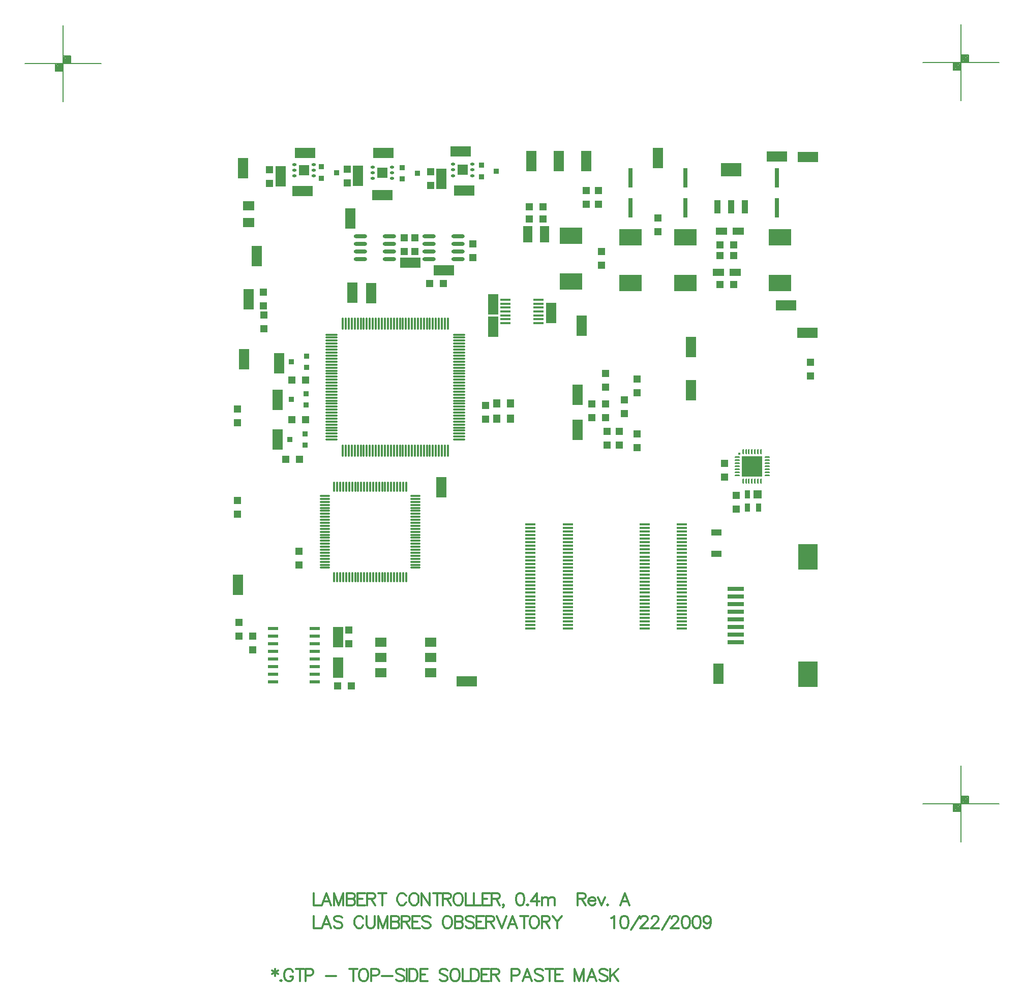
<source format=gtp>
%FSLAX23Y23*%
%MOIN*%
G70*
G01*
G75*
G04 Layer_Color=8421504*
%ADD10R,0.050X0.050*%
%ADD11R,0.035X0.053*%
%ADD12R,0.053X0.053*%
%ADD13R,0.050X0.050*%
%ADD14R,0.070X0.135*%
%ADD15O,0.087X0.024*%
%ADD16R,0.135X0.070*%
%ADD17R,0.030X0.125*%
%ADD18R,0.078X0.048*%
%ADD19R,0.067X0.040*%
%ADD20R,0.037X0.035*%
%ADD21R,0.037X0.035*%
%ADD22R,0.065X0.012*%
%ADD23R,0.065X0.024*%
%ADD24R,0.075X0.063*%
%ADD25R,0.063X0.106*%
%ADD26R,0.150X0.110*%
%ADD27O,0.028X0.018*%
%ADD28R,0.067X0.067*%
%ADD29R,0.125X0.170*%
%ADD30R,0.110X0.030*%
%ADD31R,0.067X0.014*%
%ADD32O,0.083X0.012*%
%ADD33O,0.012X0.083*%
%ADD34R,0.138X0.085*%
%ADD35R,0.043X0.085*%
%ADD36R,0.043X0.085*%
%ADD37R,0.047X0.055*%
%ADD38O,0.012X0.071*%
%ADD39O,0.071X0.012*%
%ADD40R,0.075X0.059*%
%ADD41R,0.017X0.017*%
%ADD42R,0.134X0.134*%
%ADD43O,0.010X0.035*%
%ADD44O,0.035X0.010*%
%ADD45C,0.005*%
%ADD46C,0.010*%
%ADD47C,0.040*%
%ADD48C,0.020*%
%ADD49C,0.012*%
%ADD50C,0.008*%
%ADD51C,0.012*%
%ADD52C,0.012*%
%ADD53C,0.120*%
%ADD54C,0.060*%
%ADD55C,0.079*%
%ADD56C,0.087*%
%ADD57C,0.020*%
%ADD58C,0.059*%
%ADD59R,0.059X0.059*%
%ADD60C,0.080*%
%ADD61R,0.080X0.080*%
%ADD62C,0.157*%
%ADD63C,0.047*%
%ADD64R,0.087X0.087*%
%ADD65C,0.250*%
%ADD66R,0.062X0.062*%
%ADD67C,0.062*%
%ADD68C,0.030*%
%ADD69C,0.024*%
%ADD70C,0.028*%
%ADD71C,0.090*%
%ADD72C,0.050*%
%ADD73C,0.130*%
%ADD74C,0.103*%
%ADD75C,0.071*%
%ADD76C,0.030*%
%ADD77C,0.055*%
G04:AMPARAMS|DCode=78|XSize=100mil|YSize=100mil|CornerRadius=0mil|HoleSize=0mil|Usage=FLASHONLY|Rotation=0.000|XOffset=0mil|YOffset=0mil|HoleType=Round|Shape=Relief|Width=10mil|Gap=10mil|Entries=4|*
%AMTHD78*
7,0,0,0.100,0.080,0.010,45*
%
%ADD78THD78*%
%ADD79C,0.111*%
%ADD80C,0.056*%
%ADD81C,0.147*%
%ADD82C,0.044*%
%ADD83C,0.059*%
%ADD84C,0.048*%
%ADD85C,0.067*%
%ADD86C,0.140*%
%ADD87C,0.055*%
%ADD88C,0.036*%
G04:AMPARAMS|DCode=89|XSize=70mil|YSize=70mil|CornerRadius=0mil|HoleSize=0mil|Usage=FLASHONLY|Rotation=0.000|XOffset=0mil|YOffset=0mil|HoleType=Round|Shape=Relief|Width=10mil|Gap=10mil|Entries=4|*
%AMTHD89*
7,0,0,0.070,0.050,0.010,45*
%
%ADD89THD89*%
%ADD90C,0.033*%
G04:AMPARAMS|DCode=91|XSize=90mil|YSize=90mil|CornerRadius=0mil|HoleSize=0mil|Usage=FLASHONLY|Rotation=0.000|XOffset=0mil|YOffset=0mil|HoleType=Round|Shape=Relief|Width=10mil|Gap=10mil|Entries=4|*
%AMTHD91*
7,0,0,0.090,0.070,0.010,45*
%
%ADD91THD91*%
G04:AMPARAMS|DCode=92|XSize=111.181mil|YSize=111.181mil|CornerRadius=0mil|HoleSize=0mil|Usage=FLASHONLY|Rotation=0.000|XOffset=0mil|YOffset=0mil|HoleType=Round|Shape=Relief|Width=10mil|Gap=10mil|Entries=4|*
%AMTHD92*
7,0,0,0.111,0.091,0.010,45*
%
%ADD92THD92*%
G04:AMPARAMS|DCode=93|XSize=95.433mil|YSize=95.433mil|CornerRadius=0mil|HoleSize=0mil|Usage=FLASHONLY|Rotation=0.000|XOffset=0mil|YOffset=0mil|HoleType=Round|Shape=Relief|Width=10mil|Gap=10mil|Entries=4|*
%AMTHD93*
7,0,0,0.095,0.075,0.010,45*
%
%ADD93THD93*%
G04:AMPARAMS|DCode=94|XSize=150.551mil|YSize=150.551mil|CornerRadius=0mil|HoleSize=0mil|Usage=FLASHONLY|Rotation=0.000|XOffset=0mil|YOffset=0mil|HoleType=Round|Shape=Relief|Width=10mil|Gap=10mil|Entries=4|*
%AMTHD94*
7,0,0,0.151,0.131,0.010,45*
%
%ADD94THD94*%
G04:AMPARAMS|DCode=95|XSize=96.221mil|YSize=96.221mil|CornerRadius=0mil|HoleSize=0mil|Usage=FLASHONLY|Rotation=0.000|XOffset=0mil|YOffset=0mil|HoleType=Round|Shape=Relief|Width=10mil|Gap=10mil|Entries=4|*
%AMTHD95*
7,0,0,0.096,0.076,0.010,45*
%
%ADD95THD95*%
G04:AMPARAMS|DCode=96|XSize=107.244mil|YSize=107.244mil|CornerRadius=0mil|HoleSize=0mil|Usage=FLASHONLY|Rotation=0.000|XOffset=0mil|YOffset=0mil|HoleType=Round|Shape=Relief|Width=10mil|Gap=10mil|Entries=4|*
%AMTHD96*
7,0,0,0.107,0.087,0.010,45*
%
%ADD96THD96*%
G04:AMPARAMS|DCode=97|XSize=180mil|YSize=180mil|CornerRadius=0mil|HoleSize=0mil|Usage=FLASHONLY|Rotation=0.000|XOffset=0mil|YOffset=0mil|HoleType=Round|Shape=Relief|Width=10mil|Gap=10mil|Entries=4|*
%AMTHD97*
7,0,0,0.180,0.160,0.010,45*
%
%ADD97THD97*%
G04:AMPARAMS|DCode=98|XSize=95mil|YSize=95mil|CornerRadius=0mil|HoleSize=0mil|Usage=FLASHONLY|Rotation=0.000|XOffset=0mil|YOffset=0mil|HoleType=Round|Shape=Relief|Width=10mil|Gap=10mil|Entries=4|*
%AMTHD98*
7,0,0,0.095,0.075,0.010,45*
%
%ADD98THD98*%
G04:AMPARAMS|DCode=99|XSize=75.748mil|YSize=75.748mil|CornerRadius=0mil|HoleSize=0mil|Usage=FLASHONLY|Rotation=0.000|XOffset=0mil|YOffset=0mil|HoleType=Round|Shape=Relief|Width=10mil|Gap=10mil|Entries=4|*
%AMTHD99*
7,0,0,0.076,0.056,0.010,45*
%
%ADD99THD99*%
G04:AMPARAMS|DCode=100|XSize=73mil|YSize=73mil|CornerRadius=0mil|HoleSize=0mil|Usage=FLASHONLY|Rotation=0.000|XOffset=0mil|YOffset=0mil|HoleType=Round|Shape=Relief|Width=10mil|Gap=10mil|Entries=4|*
%AMTHD100*
7,0,0,0.073,0.053,0.010,45*
%
%ADD100THD100*%
%ADD101R,0.048X0.078*%
%ADD102R,0.200X0.040*%
%ADD103R,0.200X0.150*%
%ADD104R,0.106X0.150*%
%ADD105R,0.086X0.060*%
%ADD106R,0.130X0.094*%
%ADD107R,0.098X0.268*%
%ADD108R,0.035X0.037*%
%ADD109R,0.035X0.037*%
%ADD110C,0.010*%
%ADD111C,0.010*%
%ADD112C,0.007*%
%ADD113C,0.008*%
%ADD114C,0.024*%
%ADD115C,0.012*%
%ADD116C,0.012*%
%ADD117R,0.280X0.130*%
D10*
X19773Y13240D02*
D03*
Y13150D02*
D03*
X20596Y12750D02*
D03*
Y12660D02*
D03*
X20216Y12700D02*
D03*
Y12790D02*
D03*
X20146D02*
D03*
Y12700D02*
D03*
X21441Y12699D02*
D03*
Y12609D02*
D03*
X22810Y11973D02*
D03*
Y11883D02*
D03*
X19055Y11576D02*
D03*
Y11666D02*
D03*
X21341Y13009D02*
D03*
Y13099D02*
D03*
X19785Y10216D02*
D03*
Y10126D02*
D03*
X21478Y11521D02*
D03*
Y11431D02*
D03*
X22247Y11310D02*
D03*
Y11220D02*
D03*
X21811Y12829D02*
D03*
Y12919D02*
D03*
X21421Y13099D02*
D03*
Y13009D02*
D03*
X19226Y12193D02*
D03*
Y12283D02*
D03*
X21468Y11701D02*
D03*
Y11611D02*
D03*
X21558Y11431D02*
D03*
Y11521D02*
D03*
X21675Y11774D02*
D03*
Y11864D02*
D03*
X21591Y11636D02*
D03*
Y11726D02*
D03*
X21378Y11611D02*
D03*
Y11701D02*
D03*
X21675Y11504D02*
D03*
Y11414D02*
D03*
X19263Y13238D02*
D03*
Y13148D02*
D03*
X20320Y13224D02*
D03*
Y13134D02*
D03*
X19224Y12433D02*
D03*
Y12343D02*
D03*
X20679Y11601D02*
D03*
Y11691D02*
D03*
X21468Y11811D02*
D03*
Y11901D02*
D03*
X19055Y10976D02*
D03*
Y11066D02*
D03*
X19155Y10176D02*
D03*
Y10086D02*
D03*
X19065Y10176D02*
D03*
Y10266D02*
D03*
X22325Y11009D02*
D03*
Y11099D02*
D03*
X19456Y10642D02*
D03*
Y10732D02*
D03*
D11*
X22397Y11106D02*
D03*
Y11020D02*
D03*
X22471D02*
D03*
D12*
X22464Y11106D02*
D03*
D13*
X19372Y11337D02*
D03*
X19462D02*
D03*
X19412Y11597D02*
D03*
X19502D02*
D03*
X19412Y11857D02*
D03*
X19502D02*
D03*
X22306Y12484D02*
D03*
X22216D02*
D03*
Y12744D02*
D03*
X22306D02*
D03*
X22216Y12674D02*
D03*
X22306D02*
D03*
X21056Y12914D02*
D03*
X20966D02*
D03*
X21056Y12994D02*
D03*
X20966D02*
D03*
X19710Y9851D02*
D03*
X19800D02*
D03*
X20405Y12491D02*
D03*
X20315D02*
D03*
D14*
X19317Y11467D02*
D03*
X19327Y11967D02*
D03*
X19317Y11727D02*
D03*
X21110Y12298D02*
D03*
X19807Y12429D02*
D03*
X19932Y12427D02*
D03*
X19056Y10512D02*
D03*
X19091Y13245D02*
D03*
X21309Y12213D02*
D03*
X22208Y9930D02*
D03*
X22028Y12074D02*
D03*
Y11789D02*
D03*
X19715Y10171D02*
D03*
X21161Y13294D02*
D03*
X21341D02*
D03*
X20981D02*
D03*
X19715Y9971D02*
D03*
X21285Y11529D02*
D03*
Y11759D02*
D03*
X19337Y13194D02*
D03*
X19843Y13196D02*
D03*
X20391Y13178D02*
D03*
X19128Y12388D02*
D03*
X20729Y12207D02*
D03*
X20731Y12353D02*
D03*
X20392Y11152D02*
D03*
X19793Y12915D02*
D03*
X21811Y13314D02*
D03*
X19182Y12669D02*
D03*
X19096Y11994D02*
D03*
D15*
X20051Y12650D02*
D03*
Y12700D02*
D03*
Y12750D02*
D03*
Y12800D02*
D03*
X19862Y12650D02*
D03*
Y12700D02*
D03*
Y12750D02*
D03*
Y12800D02*
D03*
X20501Y12650D02*
D03*
Y12700D02*
D03*
Y12750D02*
D03*
Y12800D02*
D03*
X20312Y12650D02*
D03*
Y12700D02*
D03*
Y12750D02*
D03*
Y12800D02*
D03*
D16*
X20406Y12575D02*
D03*
X20186Y12625D02*
D03*
X19496Y13346D02*
D03*
X22794Y13319D02*
D03*
X22790Y12167D02*
D03*
X19482Y13097D02*
D03*
X20004Y13070D02*
D03*
X20542Y13100D02*
D03*
X20518Y13356D02*
D03*
X20009Y13348D02*
D03*
X22591Y13324D02*
D03*
X22650Y12346D02*
D03*
X20557Y9880D02*
D03*
D17*
X21991Y12986D02*
D03*
Y13182D02*
D03*
X21631Y12986D02*
D03*
Y13182D02*
D03*
X22591Y12986D02*
D03*
Y13182D02*
D03*
D18*
X22316Y12564D02*
D03*
X22206D02*
D03*
X22226Y12834D02*
D03*
X22336D02*
D03*
D19*
X22194Y10857D02*
D03*
Y10715D02*
D03*
D20*
X19703Y13218D02*
D03*
X19605Y13255D02*
D03*
X20751Y13228D02*
D03*
X20653Y13265D02*
D03*
X19408Y11977D02*
D03*
X19506Y11940D02*
D03*
X20233Y13213D02*
D03*
X20135Y13250D02*
D03*
X19406Y11730D02*
D03*
X19504Y11693D02*
D03*
X19398Y11467D02*
D03*
X19496Y11430D02*
D03*
D21*
X19605Y13180D02*
D03*
X20653Y13191D02*
D03*
X19506Y12014D02*
D03*
X20135Y13176D02*
D03*
X19504Y11767D02*
D03*
X19496Y11504D02*
D03*
D22*
X20810Y12383D02*
D03*
Y12357D02*
D03*
Y12332D02*
D03*
Y12306D02*
D03*
Y12280D02*
D03*
Y12255D02*
D03*
Y12229D02*
D03*
X21028Y12383D02*
D03*
Y12357D02*
D03*
Y12332D02*
D03*
Y12306D02*
D03*
Y12280D02*
D03*
Y12255D02*
D03*
Y12229D02*
D03*
D23*
X19562Y9876D02*
D03*
Y9926D02*
D03*
Y9976D02*
D03*
Y10026D02*
D03*
Y10076D02*
D03*
Y10126D02*
D03*
Y10176D02*
D03*
Y10226D02*
D03*
X19288Y9876D02*
D03*
Y9926D02*
D03*
Y9976D02*
D03*
Y10026D02*
D03*
Y10076D02*
D03*
Y10126D02*
D03*
Y10176D02*
D03*
Y10226D02*
D03*
D24*
X19128Y13001D02*
D03*
Y12891D02*
D03*
D25*
X20956Y12814D02*
D03*
X21066D02*
D03*
D26*
X21241Y12804D02*
D03*
Y12504D02*
D03*
X22611Y12794D02*
D03*
Y12494D02*
D03*
X21991Y12794D02*
D03*
Y12494D02*
D03*
X21631Y12794D02*
D03*
Y12494D02*
D03*
D27*
X19427Y13271D02*
D03*
Y13234D02*
D03*
Y13196D02*
D03*
X19553D02*
D03*
Y13234D02*
D03*
Y13271D02*
D03*
X19940Y13254D02*
D03*
Y13217D02*
D03*
Y13180D02*
D03*
X20066D02*
D03*
Y13217D02*
D03*
Y13254D02*
D03*
X20468Y13272D02*
D03*
Y13235D02*
D03*
Y13198D02*
D03*
X20594D02*
D03*
Y13235D02*
D03*
Y13272D02*
D03*
D28*
X19490Y13234D02*
D03*
X20003Y13217D02*
D03*
X20531Y13235D02*
D03*
D29*
X22795Y9926D02*
D03*
Y10696D02*
D03*
D30*
X22320Y10136D02*
D03*
Y10186D02*
D03*
Y10236D02*
D03*
Y10286D02*
D03*
Y10336D02*
D03*
Y10386D02*
D03*
Y10436D02*
D03*
Y10486D02*
D03*
D31*
X20975Y10911D02*
D03*
Y10887D02*
D03*
Y10863D02*
D03*
Y10840D02*
D03*
Y10816D02*
D03*
Y10792D02*
D03*
Y10769D02*
D03*
Y10745D02*
D03*
Y10722D02*
D03*
Y10698D02*
D03*
Y10674D02*
D03*
Y10651D02*
D03*
Y10627D02*
D03*
Y10603D02*
D03*
Y10580D02*
D03*
Y10556D02*
D03*
Y10533D02*
D03*
Y10509D02*
D03*
Y10485D02*
D03*
Y10462D02*
D03*
Y10438D02*
D03*
Y10414D02*
D03*
Y10391D02*
D03*
Y10367D02*
D03*
Y10344D02*
D03*
Y10320D02*
D03*
Y10296D02*
D03*
Y10273D02*
D03*
Y10249D02*
D03*
Y10225D02*
D03*
X21219D02*
D03*
Y10249D02*
D03*
Y10273D02*
D03*
Y10296D02*
D03*
Y10320D02*
D03*
Y10344D02*
D03*
Y10367D02*
D03*
Y10391D02*
D03*
Y10414D02*
D03*
Y10438D02*
D03*
Y10462D02*
D03*
Y10485D02*
D03*
Y10509D02*
D03*
Y10533D02*
D03*
Y10556D02*
D03*
Y10580D02*
D03*
Y10603D02*
D03*
Y10627D02*
D03*
Y10651D02*
D03*
Y10674D02*
D03*
Y10698D02*
D03*
Y10722D02*
D03*
Y10745D02*
D03*
Y10769D02*
D03*
Y10792D02*
D03*
Y10816D02*
D03*
Y10840D02*
D03*
Y10863D02*
D03*
Y10887D02*
D03*
Y10911D02*
D03*
X21723Y10225D02*
D03*
X21967Y10911D02*
D03*
Y10887D02*
D03*
Y10863D02*
D03*
Y10840D02*
D03*
Y10816D02*
D03*
Y10792D02*
D03*
Y10769D02*
D03*
Y10745D02*
D03*
Y10722D02*
D03*
Y10698D02*
D03*
Y10674D02*
D03*
Y10651D02*
D03*
Y10627D02*
D03*
Y10603D02*
D03*
Y10580D02*
D03*
Y10556D02*
D03*
Y10533D02*
D03*
Y10509D02*
D03*
Y10485D02*
D03*
Y10462D02*
D03*
Y10438D02*
D03*
Y10414D02*
D03*
Y10391D02*
D03*
Y10367D02*
D03*
Y10344D02*
D03*
Y10320D02*
D03*
Y10296D02*
D03*
Y10273D02*
D03*
Y10249D02*
D03*
Y10225D02*
D03*
X21723Y10249D02*
D03*
Y10273D02*
D03*
Y10296D02*
D03*
Y10320D02*
D03*
Y10344D02*
D03*
Y10367D02*
D03*
Y10391D02*
D03*
Y10414D02*
D03*
Y10438D02*
D03*
Y10462D02*
D03*
Y10485D02*
D03*
Y10509D02*
D03*
Y10533D02*
D03*
Y10556D02*
D03*
Y10580D02*
D03*
Y10603D02*
D03*
Y10627D02*
D03*
Y10651D02*
D03*
Y10674D02*
D03*
Y10698D02*
D03*
Y10722D02*
D03*
Y10745D02*
D03*
Y10769D02*
D03*
Y10792D02*
D03*
Y10816D02*
D03*
Y10840D02*
D03*
Y10863D02*
D03*
Y10887D02*
D03*
Y10911D02*
D03*
D32*
X20506Y12154D02*
D03*
Y12135D02*
D03*
Y12115D02*
D03*
Y12095D02*
D03*
Y12076D02*
D03*
Y12056D02*
D03*
Y12036D02*
D03*
Y12017D02*
D03*
Y11997D02*
D03*
Y11977D02*
D03*
Y11958D02*
D03*
Y11938D02*
D03*
Y11918D02*
D03*
Y11899D02*
D03*
Y11879D02*
D03*
Y11859D02*
D03*
Y11840D02*
D03*
Y11820D02*
D03*
Y11800D02*
D03*
Y11780D02*
D03*
Y11761D02*
D03*
Y11741D02*
D03*
Y11721D02*
D03*
Y11702D02*
D03*
Y11682D02*
D03*
Y11662D02*
D03*
Y11643D02*
D03*
Y11623D02*
D03*
Y11603D02*
D03*
Y11584D02*
D03*
Y11564D02*
D03*
Y11544D02*
D03*
Y11525D02*
D03*
Y11505D02*
D03*
Y11485D02*
D03*
Y11466D02*
D03*
X19672D02*
D03*
Y11485D02*
D03*
Y11505D02*
D03*
Y11525D02*
D03*
Y11544D02*
D03*
Y11564D02*
D03*
Y11584D02*
D03*
Y11603D02*
D03*
Y11623D02*
D03*
Y11643D02*
D03*
Y11662D02*
D03*
Y11682D02*
D03*
Y11702D02*
D03*
Y11721D02*
D03*
Y11741D02*
D03*
Y11761D02*
D03*
Y11780D02*
D03*
Y11800D02*
D03*
Y11820D02*
D03*
Y11840D02*
D03*
Y11859D02*
D03*
Y11879D02*
D03*
Y11899D02*
D03*
Y11918D02*
D03*
Y11938D02*
D03*
Y11958D02*
D03*
Y11977D02*
D03*
Y11997D02*
D03*
Y12017D02*
D03*
Y12036D02*
D03*
Y12056D02*
D03*
Y12076D02*
D03*
Y12095D02*
D03*
Y12115D02*
D03*
Y12135D02*
D03*
Y12154D02*
D03*
D33*
X20433Y11393D02*
D03*
X20414D02*
D03*
X20394D02*
D03*
X20374D02*
D03*
X20355D02*
D03*
X20335D02*
D03*
X20315D02*
D03*
X20296D02*
D03*
X20276D02*
D03*
X20256D02*
D03*
X20237D02*
D03*
X20217D02*
D03*
X20197D02*
D03*
X20178D02*
D03*
X20158D02*
D03*
X20138D02*
D03*
X20119D02*
D03*
X20099D02*
D03*
X20079D02*
D03*
X20059D02*
D03*
X20040D02*
D03*
X20020D02*
D03*
X20000D02*
D03*
X19981D02*
D03*
X19961D02*
D03*
X19941D02*
D03*
X19922D02*
D03*
X19902D02*
D03*
X19882D02*
D03*
X19863D02*
D03*
X19843D02*
D03*
X19823D02*
D03*
X19804D02*
D03*
X19784D02*
D03*
X19764D02*
D03*
X19745D02*
D03*
Y12227D02*
D03*
X19764D02*
D03*
X19784D02*
D03*
X19804D02*
D03*
X19823D02*
D03*
X19843D02*
D03*
X19863D02*
D03*
X19882D02*
D03*
X19902D02*
D03*
X19922D02*
D03*
X19941D02*
D03*
X19961D02*
D03*
X19981D02*
D03*
X20000D02*
D03*
X20020D02*
D03*
X20040D02*
D03*
X20059D02*
D03*
X20079D02*
D03*
X20099D02*
D03*
X20119D02*
D03*
X20138D02*
D03*
X20158D02*
D03*
X20178D02*
D03*
X20197D02*
D03*
X20217D02*
D03*
X20237D02*
D03*
X20256D02*
D03*
X20276D02*
D03*
X20296D02*
D03*
X20315D02*
D03*
X20335D02*
D03*
X20355D02*
D03*
X20374D02*
D03*
X20394D02*
D03*
X20414D02*
D03*
X20433D02*
D03*
D34*
X22291Y13236D02*
D03*
D35*
X22382Y12992D02*
D03*
X22200D02*
D03*
D36*
X22291D02*
D03*
D37*
X20843Y11704D02*
D03*
X20753D02*
D03*
Y11604D02*
D03*
X20843D02*
D03*
D38*
X19688Y11158D02*
D03*
X19707D02*
D03*
X19727D02*
D03*
X19747D02*
D03*
X19767D02*
D03*
X19786D02*
D03*
X19806D02*
D03*
X19826D02*
D03*
X19845D02*
D03*
X19865D02*
D03*
X19885D02*
D03*
X19904D02*
D03*
X19924D02*
D03*
X19944D02*
D03*
X19963D02*
D03*
X19983D02*
D03*
X20003D02*
D03*
X20022D02*
D03*
X20042D02*
D03*
X20062D02*
D03*
X20081D02*
D03*
X20101D02*
D03*
X20121D02*
D03*
X20141D02*
D03*
X20160D02*
D03*
Y10564D02*
D03*
X20141D02*
D03*
X20121D02*
D03*
X20101D02*
D03*
X20081D02*
D03*
X20062D02*
D03*
X20042D02*
D03*
X20022D02*
D03*
X20003D02*
D03*
X19983D02*
D03*
X19963D02*
D03*
X19944D02*
D03*
X19924D02*
D03*
X19904D02*
D03*
X19885D02*
D03*
X19865D02*
D03*
X19845D02*
D03*
X19826D02*
D03*
X19806D02*
D03*
X19786D02*
D03*
X19767D02*
D03*
X19747D02*
D03*
X19727D02*
D03*
X19707D02*
D03*
X19688D02*
D03*
D39*
X20221Y11097D02*
D03*
Y11078D02*
D03*
Y11058D02*
D03*
Y11038D02*
D03*
Y11018D02*
D03*
Y10999D02*
D03*
Y10979D02*
D03*
Y10959D02*
D03*
Y10940D02*
D03*
Y10920D02*
D03*
Y10900D02*
D03*
Y10881D02*
D03*
Y10861D02*
D03*
Y10841D02*
D03*
Y10822D02*
D03*
Y10802D02*
D03*
Y10782D02*
D03*
Y10763D02*
D03*
Y10743D02*
D03*
Y10723D02*
D03*
Y10704D02*
D03*
Y10684D02*
D03*
Y10664D02*
D03*
Y10644D02*
D03*
Y10625D02*
D03*
X19627D02*
D03*
Y10644D02*
D03*
Y10664D02*
D03*
Y10684D02*
D03*
Y10704D02*
D03*
Y10723D02*
D03*
Y10743D02*
D03*
Y10763D02*
D03*
Y10782D02*
D03*
Y10802D02*
D03*
Y10822D02*
D03*
Y10841D02*
D03*
Y10861D02*
D03*
Y10881D02*
D03*
Y10900D02*
D03*
Y10920D02*
D03*
Y10940D02*
D03*
Y10959D02*
D03*
Y10979D02*
D03*
Y10999D02*
D03*
Y11018D02*
D03*
Y11038D02*
D03*
Y11058D02*
D03*
Y11078D02*
D03*
Y11097D02*
D03*
D40*
X20322Y9936D02*
D03*
Y10036D02*
D03*
Y10136D02*
D03*
X19994Y9936D02*
D03*
Y10036D02*
D03*
Y10136D02*
D03*
D41*
X22345Y11373D02*
D03*
D42*
X22428Y11290D02*
D03*
D43*
X22369Y11388D02*
D03*
X22389D02*
D03*
X22408D02*
D03*
X22428D02*
D03*
X22448D02*
D03*
X22467D02*
D03*
X22487D02*
D03*
Y11192D02*
D03*
X22467D02*
D03*
X22448D02*
D03*
X22428D02*
D03*
X22408D02*
D03*
X22389D02*
D03*
X22369D02*
D03*
D44*
X22526Y11349D02*
D03*
Y11329D02*
D03*
Y11310D02*
D03*
Y11290D02*
D03*
Y11270D02*
D03*
Y11251D02*
D03*
Y11231D02*
D03*
X22330D02*
D03*
Y11251D02*
D03*
Y11270D02*
D03*
Y11290D02*
D03*
Y11310D02*
D03*
Y11329D02*
D03*
Y11349D02*
D03*
D50*
X17886Y13902D02*
Y13912D01*
X17881Y13902D02*
X17891D01*
Y13912D01*
X17881D02*
X17891D01*
X17881Y13902D02*
Y13912D01*
Y13897D02*
X17896D01*
Y13917D01*
X17876D02*
X17896D01*
X17876Y13897D02*
Y13917D01*
Y13892D02*
X17901D01*
Y13922D01*
X17871D02*
X17901D01*
X17871Y13892D02*
Y13922D01*
X17866Y13887D02*
X17906D01*
Y13927D01*
X17866D02*
X17906D01*
X17866Y13887D02*
Y13927D01*
X17936Y13952D02*
Y13962D01*
X17931Y13952D02*
X17941D01*
Y13962D01*
X17931D02*
X17941D01*
X17931Y13952D02*
Y13962D01*
Y13947D02*
X17946D01*
Y13967D01*
X17926D02*
X17946D01*
X17926Y13947D02*
Y13967D01*
Y13942D02*
X17951D01*
Y13972D01*
X17921D02*
X17951D01*
X17921Y13942D02*
Y13972D01*
X17916Y13937D02*
X17956D01*
Y13977D01*
X17916D02*
X17956D01*
X17916Y13937D02*
Y13977D01*
X17961Y13932D02*
Y13982D01*
X17911D02*
X17961D01*
X17861Y13882D02*
Y13932D01*
Y13882D02*
X17911D01*
X17661Y13932D02*
X18161D01*
X17911Y13682D02*
Y14182D01*
X23773Y13910D02*
Y13920D01*
X23768Y13910D02*
X23778D01*
Y13920D01*
X23768D02*
X23778D01*
X23768Y13910D02*
Y13920D01*
Y13905D02*
X23783D01*
Y13925D01*
X23763D02*
X23783D01*
X23763Y13905D02*
Y13925D01*
Y13900D02*
X23788D01*
Y13930D01*
X23758D02*
X23788D01*
X23758Y13900D02*
Y13930D01*
X23753Y13895D02*
X23793D01*
Y13935D01*
X23753D02*
X23793D01*
X23753Y13895D02*
Y13935D01*
X23823Y13960D02*
Y13970D01*
X23818Y13960D02*
X23828D01*
Y13970D01*
X23818D02*
X23828D01*
X23818Y13960D02*
Y13970D01*
Y13955D02*
X23833D01*
Y13975D01*
X23813D02*
X23833D01*
X23813Y13955D02*
Y13975D01*
Y13950D02*
X23838D01*
Y13980D01*
X23808D02*
X23838D01*
X23808Y13950D02*
Y13980D01*
X23803Y13945D02*
X23843D01*
Y13985D01*
X23803D02*
X23843D01*
X23803Y13945D02*
Y13985D01*
X23848Y13940D02*
Y13990D01*
X23798D02*
X23848D01*
X23748Y13890D02*
Y13940D01*
Y13890D02*
X23798D01*
X23548Y13940D02*
X24048D01*
X23798Y13690D02*
Y14190D01*
X23773Y9047D02*
Y9057D01*
X23768Y9047D02*
X23778D01*
Y9057D01*
X23768D02*
X23778D01*
X23768Y9047D02*
Y9057D01*
Y9042D02*
X23783D01*
Y9062D01*
X23763D02*
X23783D01*
X23763Y9042D02*
Y9062D01*
Y9037D02*
X23788D01*
Y9067D01*
X23758D02*
X23788D01*
X23758Y9037D02*
Y9067D01*
X23753Y9032D02*
X23793D01*
Y9072D01*
X23753D02*
X23793D01*
X23753Y9032D02*
Y9072D01*
X23823Y9097D02*
Y9107D01*
X23818Y9097D02*
X23828D01*
Y9107D01*
X23818D02*
X23828D01*
X23818Y9097D02*
Y9107D01*
Y9092D02*
X23833D01*
Y9112D01*
X23813D02*
X23833D01*
X23813Y9092D02*
Y9112D01*
Y9087D02*
X23838D01*
Y9117D01*
X23808D02*
X23838D01*
X23808Y9087D02*
Y9117D01*
X23803Y9082D02*
X23843D01*
Y9122D01*
X23803D02*
X23843D01*
X23803Y9082D02*
Y9122D01*
X23848Y9077D02*
Y9127D01*
X23798D02*
X23848D01*
X23748Y9027D02*
Y9077D01*
Y9027D02*
X23798D01*
X23548Y9077D02*
X24048D01*
X23798Y8827D02*
Y9327D01*
D51*
X19553Y8341D02*
Y8261D01*
X19599D01*
X19668D02*
X19638Y8341D01*
X19607Y8261D01*
X19619Y8287D02*
X19657D01*
X19740Y8329D02*
X19733Y8337D01*
X19721Y8341D01*
X19706D01*
X19695Y8337D01*
X19687Y8329D01*
Y8322D01*
X19691Y8314D01*
X19695Y8310D01*
X19702Y8306D01*
X19725Y8299D01*
X19733Y8295D01*
X19737Y8291D01*
X19740Y8283D01*
Y8272D01*
X19733Y8264D01*
X19721Y8261D01*
X19706D01*
X19695Y8264D01*
X19687Y8272D01*
X19878Y8322D02*
X19874Y8329D01*
X19867Y8337D01*
X19859Y8341D01*
X19844D01*
X19836Y8337D01*
X19829Y8329D01*
X19825Y8322D01*
X19821Y8310D01*
Y8291D01*
X19825Y8280D01*
X19829Y8272D01*
X19836Y8264D01*
X19844Y8261D01*
X19859D01*
X19867Y8264D01*
X19874Y8272D01*
X19878Y8280D01*
X19901Y8341D02*
Y8283D01*
X19905Y8272D01*
X19912Y8264D01*
X19924Y8261D01*
X19931D01*
X19943Y8264D01*
X19950Y8272D01*
X19954Y8283D01*
Y8341D01*
X19976D02*
Y8261D01*
Y8341D02*
X20007Y8261D01*
X20037Y8341D02*
X20007Y8261D01*
X20037Y8341D02*
Y8261D01*
X20060Y8341D02*
Y8261D01*
Y8341D02*
X20094D01*
X20106Y8337D01*
X20109Y8333D01*
X20113Y8325D01*
Y8318D01*
X20109Y8310D01*
X20106Y8306D01*
X20094Y8302D01*
X20060D02*
X20094D01*
X20106Y8299D01*
X20109Y8295D01*
X20113Y8287D01*
Y8276D01*
X20109Y8268D01*
X20106Y8264D01*
X20094Y8261D01*
X20060D01*
X20131Y8341D02*
Y8261D01*
Y8341D02*
X20165D01*
X20177Y8337D01*
X20181Y8333D01*
X20185Y8325D01*
Y8318D01*
X20181Y8310D01*
X20177Y8306D01*
X20165Y8302D01*
X20131D01*
X20158D02*
X20185Y8261D01*
X20252Y8341D02*
X20202D01*
Y8261D01*
X20252D01*
X20202Y8302D02*
X20233D01*
X20319Y8329D02*
X20311Y8337D01*
X20300Y8341D01*
X20284D01*
X20273Y8337D01*
X20265Y8329D01*
Y8322D01*
X20269Y8314D01*
X20273Y8310D01*
X20280Y8306D01*
X20303Y8299D01*
X20311Y8295D01*
X20315Y8291D01*
X20319Y8283D01*
Y8272D01*
X20311Y8264D01*
X20300Y8261D01*
X20284D01*
X20273Y8264D01*
X20265Y8272D01*
X20422Y8341D02*
X20415Y8337D01*
X20407Y8329D01*
X20403Y8322D01*
X20399Y8310D01*
Y8291D01*
X20403Y8280D01*
X20407Y8272D01*
X20415Y8264D01*
X20422Y8261D01*
X20437D01*
X20445Y8264D01*
X20453Y8272D01*
X20456Y8280D01*
X20460Y8291D01*
Y8310D01*
X20456Y8322D01*
X20453Y8329D01*
X20445Y8337D01*
X20437Y8341D01*
X20422D01*
X20479D02*
Y8261D01*
Y8341D02*
X20513D01*
X20525Y8337D01*
X20528Y8333D01*
X20532Y8325D01*
Y8318D01*
X20528Y8310D01*
X20525Y8306D01*
X20513Y8302D01*
X20479D02*
X20513D01*
X20525Y8299D01*
X20528Y8295D01*
X20532Y8287D01*
Y8276D01*
X20528Y8268D01*
X20525Y8264D01*
X20513Y8261D01*
X20479D01*
X20603Y8329D02*
X20596Y8337D01*
X20584Y8341D01*
X20569D01*
X20558Y8337D01*
X20550Y8329D01*
Y8322D01*
X20554Y8314D01*
X20558Y8310D01*
X20565Y8306D01*
X20588Y8299D01*
X20596Y8295D01*
X20600Y8291D01*
X20603Y8283D01*
Y8272D01*
X20596Y8264D01*
X20584Y8261D01*
X20569D01*
X20558Y8264D01*
X20550Y8272D01*
X20671Y8341D02*
X20621D01*
Y8261D01*
X20671D01*
X20621Y8302D02*
X20652D01*
X20684Y8341D02*
Y8261D01*
Y8341D02*
X20718D01*
X20730Y8337D01*
X20734Y8333D01*
X20738Y8325D01*
Y8318D01*
X20734Y8310D01*
X20730Y8306D01*
X20718Y8302D01*
X20684D01*
X20711D02*
X20738Y8261D01*
X20755Y8341D02*
X20786Y8261D01*
X20816Y8341D02*
X20786Y8261D01*
X20888D02*
X20857Y8341D01*
X20827Y8261D01*
X20838Y8287D02*
X20876D01*
X20933Y8341D02*
Y8261D01*
X20906Y8341D02*
X20960D01*
X20992D02*
X20984Y8337D01*
X20977Y8329D01*
X20973Y8322D01*
X20969Y8310D01*
Y8291D01*
X20973Y8280D01*
X20977Y8272D01*
X20984Y8264D01*
X20992Y8261D01*
X21007D01*
X21015Y8264D01*
X21022Y8272D01*
X21026Y8280D01*
X21030Y8291D01*
Y8310D01*
X21026Y8322D01*
X21022Y8329D01*
X21015Y8337D01*
X21007Y8341D01*
X20992D01*
X21049D02*
Y8261D01*
Y8341D02*
X21083D01*
X21094Y8337D01*
X21098Y8333D01*
X21102Y8325D01*
Y8318D01*
X21098Y8310D01*
X21094Y8306D01*
X21083Y8302D01*
X21049D01*
X21075D02*
X21102Y8261D01*
X21120Y8341D02*
X21150Y8302D01*
Y8261D01*
X21181Y8341D02*
X21150Y8302D01*
X21505Y8325D02*
X21513Y8329D01*
X21524Y8341D01*
Y8261D01*
X21587Y8341D02*
X21575Y8337D01*
X21568Y8325D01*
X21564Y8306D01*
Y8295D01*
X21568Y8276D01*
X21575Y8264D01*
X21587Y8261D01*
X21594D01*
X21606Y8264D01*
X21614Y8276D01*
X21617Y8295D01*
Y8306D01*
X21614Y8325D01*
X21606Y8337D01*
X21594Y8341D01*
X21587D01*
X21635Y8249D02*
X21689Y8341D01*
X21698Y8322D02*
Y8325D01*
X21702Y8333D01*
X21705Y8337D01*
X21713Y8341D01*
X21728D01*
X21736Y8337D01*
X21740Y8333D01*
X21743Y8325D01*
Y8318D01*
X21740Y8310D01*
X21732Y8299D01*
X21694Y8261D01*
X21747D01*
X21769Y8322D02*
Y8325D01*
X21773Y8333D01*
X21777Y8337D01*
X21784Y8341D01*
X21799D01*
X21807Y8337D01*
X21811Y8333D01*
X21815Y8325D01*
Y8318D01*
X21811Y8310D01*
X21803Y8299D01*
X21765Y8261D01*
X21818D01*
X21836Y8249D02*
X21890Y8341D01*
X21899Y8322D02*
Y8325D01*
X21903Y8333D01*
X21906Y8337D01*
X21914Y8341D01*
X21929D01*
X21937Y8337D01*
X21941Y8333D01*
X21945Y8325D01*
Y8318D01*
X21941Y8310D01*
X21933Y8299D01*
X21895Y8261D01*
X21948D01*
X21989Y8341D02*
X21978Y8337D01*
X21970Y8325D01*
X21966Y8306D01*
Y8295D01*
X21970Y8276D01*
X21978Y8264D01*
X21989Y8261D01*
X21997D01*
X22008Y8264D01*
X22016Y8276D01*
X22020Y8295D01*
Y8306D01*
X22016Y8325D01*
X22008Y8337D01*
X21997Y8341D01*
X21989D01*
X22060D02*
X22049Y8337D01*
X22041Y8325D01*
X22037Y8306D01*
Y8295D01*
X22041Y8276D01*
X22049Y8264D01*
X22060Y8261D01*
X22068D01*
X22079Y8264D01*
X22087Y8276D01*
X22091Y8295D01*
Y8306D01*
X22087Y8325D01*
X22079Y8337D01*
X22068Y8341D01*
X22060D01*
X22158Y8314D02*
X22154Y8302D01*
X22147Y8295D01*
X22135Y8291D01*
X22132D01*
X22120Y8295D01*
X22112Y8302D01*
X22109Y8314D01*
Y8318D01*
X22112Y8329D01*
X22120Y8337D01*
X22132Y8341D01*
X22135D01*
X22147Y8337D01*
X22154Y8329D01*
X22158Y8314D01*
Y8295D01*
X22154Y8276D01*
X22147Y8264D01*
X22135Y8261D01*
X22128D01*
X22116Y8264D01*
X22112Y8272D01*
D52*
X19300Y7993D02*
Y7947D01*
X19281Y7982D02*
X19319Y7959D01*
Y7982D02*
X19281Y7959D01*
X19339Y7921D02*
X19335Y7917D01*
X19339Y7913D01*
X19343Y7917D01*
X19339Y7921D01*
X19418Y7974D02*
X19414Y7982D01*
X19406Y7989D01*
X19399Y7993D01*
X19383D01*
X19376Y7989D01*
X19368Y7982D01*
X19364Y7974D01*
X19361Y7962D01*
Y7943D01*
X19364Y7932D01*
X19368Y7924D01*
X19376Y7917D01*
X19383Y7913D01*
X19399D01*
X19406Y7917D01*
X19414Y7924D01*
X19418Y7932D01*
Y7943D01*
X19399D02*
X19418D01*
X19463Y7993D02*
Y7913D01*
X19436Y7993D02*
X19489D01*
X19499Y7951D02*
X19533D01*
X19545Y7955D01*
X19548Y7959D01*
X19552Y7966D01*
Y7978D01*
X19548Y7985D01*
X19545Y7989D01*
X19533Y7993D01*
X19499D01*
Y7913D01*
X19633Y7947D02*
X19701D01*
X19815Y7993D02*
Y7913D01*
X19788Y7993D02*
X19841D01*
X19874D02*
X19866Y7989D01*
X19858Y7982D01*
X19855Y7974D01*
X19851Y7962D01*
Y7943D01*
X19855Y7932D01*
X19858Y7924D01*
X19866Y7917D01*
X19874Y7913D01*
X19889D01*
X19896Y7917D01*
X19904Y7924D01*
X19908Y7932D01*
X19912Y7943D01*
Y7962D01*
X19908Y7974D01*
X19904Y7982D01*
X19896Y7989D01*
X19889Y7993D01*
X19874D01*
X19930Y7951D02*
X19965D01*
X19976Y7955D01*
X19980Y7959D01*
X19984Y7966D01*
Y7978D01*
X19980Y7985D01*
X19976Y7989D01*
X19965Y7993D01*
X19930D01*
Y7913D01*
X20002Y7947D02*
X20070D01*
X20147Y7982D02*
X20139Y7989D01*
X20128Y7993D01*
X20113D01*
X20101Y7989D01*
X20094Y7982D01*
Y7974D01*
X20098Y7966D01*
X20101Y7962D01*
X20109Y7959D01*
X20132Y7951D01*
X20139Y7947D01*
X20143Y7943D01*
X20147Y7936D01*
Y7924D01*
X20139Y7917D01*
X20128Y7913D01*
X20113D01*
X20101Y7917D01*
X20094Y7924D01*
X20165Y7993D02*
Y7913D01*
X20182Y7993D02*
Y7913D01*
Y7993D02*
X20208D01*
X20220Y7989D01*
X20227Y7982D01*
X20231Y7974D01*
X20235Y7962D01*
Y7943D01*
X20231Y7932D01*
X20227Y7924D01*
X20220Y7917D01*
X20208Y7913D01*
X20182D01*
X20302Y7993D02*
X20253D01*
Y7913D01*
X20302D01*
X20253Y7955D02*
X20283D01*
X20432Y7982D02*
X20424Y7989D01*
X20413Y7993D01*
X20398D01*
X20386Y7989D01*
X20379Y7982D01*
Y7974D01*
X20382Y7966D01*
X20386Y7962D01*
X20394Y7959D01*
X20417Y7951D01*
X20424Y7947D01*
X20428Y7943D01*
X20432Y7936D01*
Y7924D01*
X20424Y7917D01*
X20413Y7913D01*
X20398D01*
X20386Y7917D01*
X20379Y7924D01*
X20473Y7993D02*
X20465Y7989D01*
X20458Y7982D01*
X20454Y7974D01*
X20450Y7962D01*
Y7943D01*
X20454Y7932D01*
X20458Y7924D01*
X20465Y7917D01*
X20473Y7913D01*
X20488D01*
X20496Y7917D01*
X20503Y7924D01*
X20507Y7932D01*
X20511Y7943D01*
Y7962D01*
X20507Y7974D01*
X20503Y7982D01*
X20496Y7989D01*
X20488Y7993D01*
X20473D01*
X20529D02*
Y7913D01*
X20575D01*
X20584Y7993D02*
Y7913D01*
Y7993D02*
X20611D01*
X20622Y7989D01*
X20630Y7982D01*
X20633Y7974D01*
X20637Y7962D01*
Y7943D01*
X20633Y7932D01*
X20630Y7924D01*
X20622Y7917D01*
X20611Y7913D01*
X20584D01*
X20705Y7993D02*
X20655D01*
Y7913D01*
X20705D01*
X20655Y7955D02*
X20686D01*
X20718Y7993D02*
Y7913D01*
Y7993D02*
X20752D01*
X20764Y7989D01*
X20768Y7985D01*
X20771Y7978D01*
Y7970D01*
X20768Y7962D01*
X20764Y7959D01*
X20752Y7955D01*
X20718D01*
X20745D02*
X20771Y7913D01*
X20852Y7951D02*
X20886D01*
X20898Y7955D01*
X20902Y7959D01*
X20905Y7966D01*
Y7978D01*
X20902Y7985D01*
X20898Y7989D01*
X20886Y7993D01*
X20852D01*
Y7913D01*
X20984D02*
X20954Y7993D01*
X20923Y7913D01*
X20935Y7940D02*
X20973D01*
X21056Y7982D02*
X21049Y7989D01*
X21037Y7993D01*
X21022D01*
X21011Y7989D01*
X21003Y7982D01*
Y7974D01*
X21007Y7966D01*
X21011Y7962D01*
X21018Y7959D01*
X21041Y7951D01*
X21049Y7947D01*
X21052Y7943D01*
X21056Y7936D01*
Y7924D01*
X21049Y7917D01*
X21037Y7913D01*
X21022D01*
X21011Y7917D01*
X21003Y7924D01*
X21101Y7993D02*
Y7913D01*
X21074Y7993D02*
X21127D01*
X21186D02*
X21137D01*
Y7913D01*
X21186D01*
X21137Y7955D02*
X21167D01*
X21263Y7993D02*
Y7913D01*
Y7993D02*
X21293Y7913D01*
X21324Y7993D02*
X21293Y7913D01*
X21324Y7993D02*
Y7913D01*
X21407D02*
X21377Y7993D01*
X21346Y7913D01*
X21358Y7940D02*
X21396D01*
X21479Y7982D02*
X21472Y7989D01*
X21460Y7993D01*
X21445D01*
X21434Y7989D01*
X21426Y7982D01*
Y7974D01*
X21430Y7966D01*
X21434Y7962D01*
X21441Y7959D01*
X21464Y7951D01*
X21472Y7947D01*
X21476Y7943D01*
X21479Y7936D01*
Y7924D01*
X21472Y7917D01*
X21460Y7913D01*
X21445D01*
X21434Y7917D01*
X21426Y7924D01*
X21497Y7993D02*
Y7913D01*
X21551Y7993D02*
X21497Y7940D01*
X21516Y7959D02*
X21551Y7913D01*
X19553Y8491D02*
Y8411D01*
X19599D01*
X19668D02*
X19638Y8491D01*
X19607Y8411D01*
X19619Y8437D02*
X19657D01*
X19687Y8491D02*
Y8411D01*
Y8491D02*
X19718Y8411D01*
X19748Y8491D02*
X19718Y8411D01*
X19748Y8491D02*
Y8411D01*
X19771Y8491D02*
Y8411D01*
Y8491D02*
X19805D01*
X19817Y8487D01*
X19820Y8483D01*
X19824Y8475D01*
Y8468D01*
X19820Y8460D01*
X19817Y8456D01*
X19805Y8452D01*
X19771D02*
X19805D01*
X19817Y8449D01*
X19820Y8445D01*
X19824Y8437D01*
Y8426D01*
X19820Y8418D01*
X19817Y8414D01*
X19805Y8411D01*
X19771D01*
X19892Y8491D02*
X19842D01*
Y8411D01*
X19892D01*
X19842Y8452D02*
X19873D01*
X19905Y8491D02*
Y8411D01*
Y8491D02*
X19939D01*
X19951Y8487D01*
X19954Y8483D01*
X19958Y8475D01*
Y8468D01*
X19954Y8460D01*
X19951Y8456D01*
X19939Y8452D01*
X19905D01*
X19932D02*
X19958Y8411D01*
X20003Y8491D02*
Y8411D01*
X19976Y8491D02*
X20030D01*
X20159Y8472D02*
X20155Y8479D01*
X20148Y8487D01*
X20140Y8491D01*
X20125D01*
X20117Y8487D01*
X20109Y8479D01*
X20106Y8472D01*
X20102Y8460D01*
Y8441D01*
X20106Y8430D01*
X20109Y8422D01*
X20117Y8414D01*
X20125Y8411D01*
X20140D01*
X20148Y8414D01*
X20155Y8422D01*
X20159Y8430D01*
X20204Y8491D02*
X20197Y8487D01*
X20189Y8479D01*
X20185Y8472D01*
X20181Y8460D01*
Y8441D01*
X20185Y8430D01*
X20189Y8422D01*
X20197Y8414D01*
X20204Y8411D01*
X20220D01*
X20227Y8414D01*
X20235Y8422D01*
X20239Y8430D01*
X20242Y8441D01*
Y8460D01*
X20239Y8472D01*
X20235Y8479D01*
X20227Y8487D01*
X20220Y8491D01*
X20204D01*
X20261D02*
Y8411D01*
Y8491D02*
X20314Y8411D01*
Y8491D02*
Y8411D01*
X20363Y8491D02*
Y8411D01*
X20336Y8491D02*
X20390D01*
X20399D02*
Y8411D01*
Y8491D02*
X20434D01*
X20445Y8487D01*
X20449Y8483D01*
X20453Y8475D01*
Y8468D01*
X20449Y8460D01*
X20445Y8456D01*
X20434Y8452D01*
X20399D01*
X20426D02*
X20453Y8411D01*
X20493Y8491D02*
X20486Y8487D01*
X20478Y8479D01*
X20474Y8472D01*
X20471Y8460D01*
Y8441D01*
X20474Y8430D01*
X20478Y8422D01*
X20486Y8414D01*
X20493Y8411D01*
X20509D01*
X20516Y8414D01*
X20524Y8422D01*
X20528Y8430D01*
X20531Y8441D01*
Y8460D01*
X20528Y8472D01*
X20524Y8479D01*
X20516Y8487D01*
X20509Y8491D01*
X20493D01*
X20550D02*
Y8411D01*
X20596D01*
X20605Y8491D02*
Y8411D01*
X20650D01*
X20709Y8491D02*
X20659D01*
Y8411D01*
X20709D01*
X20659Y8452D02*
X20690D01*
X20722Y8491D02*
Y8411D01*
Y8491D02*
X20756D01*
X20768Y8487D01*
X20771Y8483D01*
X20775Y8475D01*
Y8468D01*
X20771Y8460D01*
X20768Y8456D01*
X20756Y8452D01*
X20722D01*
X20749D02*
X20775Y8411D01*
X20801Y8414D02*
X20797Y8411D01*
X20793Y8414D01*
X20797Y8418D01*
X20801Y8414D01*
Y8407D01*
X20797Y8399D01*
X20793Y8395D01*
X20904Y8491D02*
X20893Y8487D01*
X20885Y8475D01*
X20881Y8456D01*
Y8445D01*
X20885Y8426D01*
X20893Y8414D01*
X20904Y8411D01*
X20912D01*
X20923Y8414D01*
X20931Y8426D01*
X20934Y8445D01*
Y8456D01*
X20931Y8475D01*
X20923Y8487D01*
X20912Y8491D01*
X20904D01*
X20956Y8418D02*
X20952Y8414D01*
X20956Y8411D01*
X20960Y8414D01*
X20956Y8418D01*
X21016Y8491D02*
X20977Y8437D01*
X21035D01*
X21016Y8491D02*
Y8411D01*
X21049Y8464D02*
Y8411D01*
Y8449D02*
X21060Y8460D01*
X21068Y8464D01*
X21079D01*
X21087Y8460D01*
X21091Y8449D01*
Y8411D01*
Y8449D02*
X21102Y8460D01*
X21110Y8464D01*
X21121D01*
X21129Y8460D01*
X21133Y8449D01*
Y8411D01*
X21283Y8491D02*
Y8411D01*
Y8491D02*
X21318D01*
X21329Y8487D01*
X21333Y8483D01*
X21337Y8475D01*
Y8468D01*
X21333Y8460D01*
X21329Y8456D01*
X21318Y8452D01*
X21283D01*
X21310D02*
X21337Y8411D01*
X21355Y8441D02*
X21400D01*
Y8449D01*
X21396Y8456D01*
X21393Y8460D01*
X21385Y8464D01*
X21374D01*
X21366Y8460D01*
X21358Y8452D01*
X21355Y8441D01*
Y8433D01*
X21358Y8422D01*
X21366Y8414D01*
X21374Y8411D01*
X21385D01*
X21393Y8414D01*
X21400Y8422D01*
X21417Y8464D02*
X21440Y8411D01*
X21463Y8464D02*
X21440Y8411D01*
X21480Y8418D02*
X21476Y8414D01*
X21480Y8411D01*
X21484Y8414D01*
X21480Y8418D01*
X21625Y8411D02*
X21594Y8491D01*
X21564Y8411D01*
X21575Y8437D02*
X21614D01*
M02*

</source>
